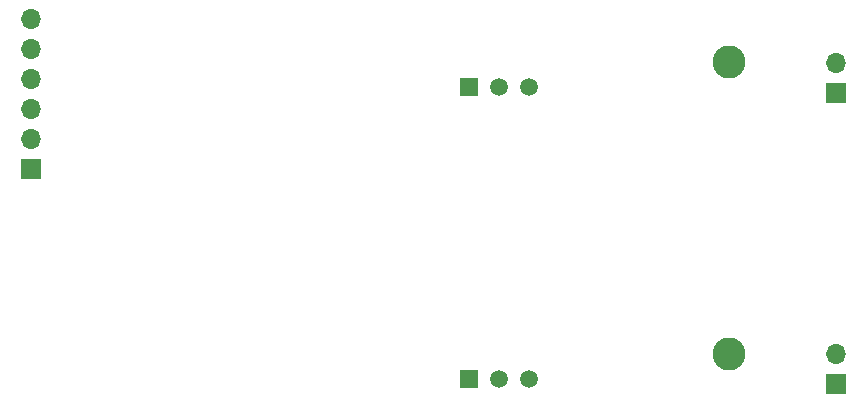
<source format=gbr>
%TF.GenerationSoftware,KiCad,Pcbnew,6.0.7-f9a2dced07~116~ubuntu20.04.1*%
%TF.CreationDate,2022-08-31T15:18:07+02:00*%
%TF.ProjectId,NVM-Amp,4e564d2d-416d-4702-9e6b-696361645f70,rev?*%
%TF.SameCoordinates,Original*%
%TF.FileFunction,Soldermask,Bot*%
%TF.FilePolarity,Negative*%
%FSLAX46Y46*%
G04 Gerber Fmt 4.6, Leading zero omitted, Abs format (unit mm)*
G04 Created by KiCad (PCBNEW 6.0.7-f9a2dced07~116~ubuntu20.04.1) date 2022-08-31 15:18:07*
%MOMM*%
%LPD*%
G01*
G04 APERTURE LIST*
%ADD10R,1.700000X1.700000*%
%ADD11O,1.700000X1.700000*%
%ADD12C,2.800000*%
%ADD13R,1.500000X1.500000*%
%ADD14C,1.500000*%
G04 APERTURE END LIST*
D10*
%TO.C,J2*%
X196342000Y-87630000D03*
D11*
X196342000Y-85090000D03*
%TD*%
D12*
%TO.C,TP1*%
X187275000Y-84975000D03*
%TD*%
D10*
%TO.C,J1*%
X128160000Y-94080000D03*
D11*
X128160000Y-91540000D03*
X128160000Y-89000000D03*
X128160000Y-86460000D03*
X128160000Y-83920000D03*
X128160000Y-81380000D03*
%TD*%
D10*
%TO.C,J3*%
X196342000Y-112273000D03*
D11*
X196342000Y-109733000D03*
%TD*%
D13*
%TO.C,Q9*%
X165300000Y-87075000D03*
D14*
X167840000Y-87075000D03*
X170380000Y-87075000D03*
%TD*%
D13*
%TO.C,Q10*%
X165300000Y-111810000D03*
D14*
X167840000Y-111810000D03*
X170380000Y-111810000D03*
%TD*%
D12*
%TO.C,TP2*%
X187275000Y-109710000D03*
%TD*%
M02*

</source>
